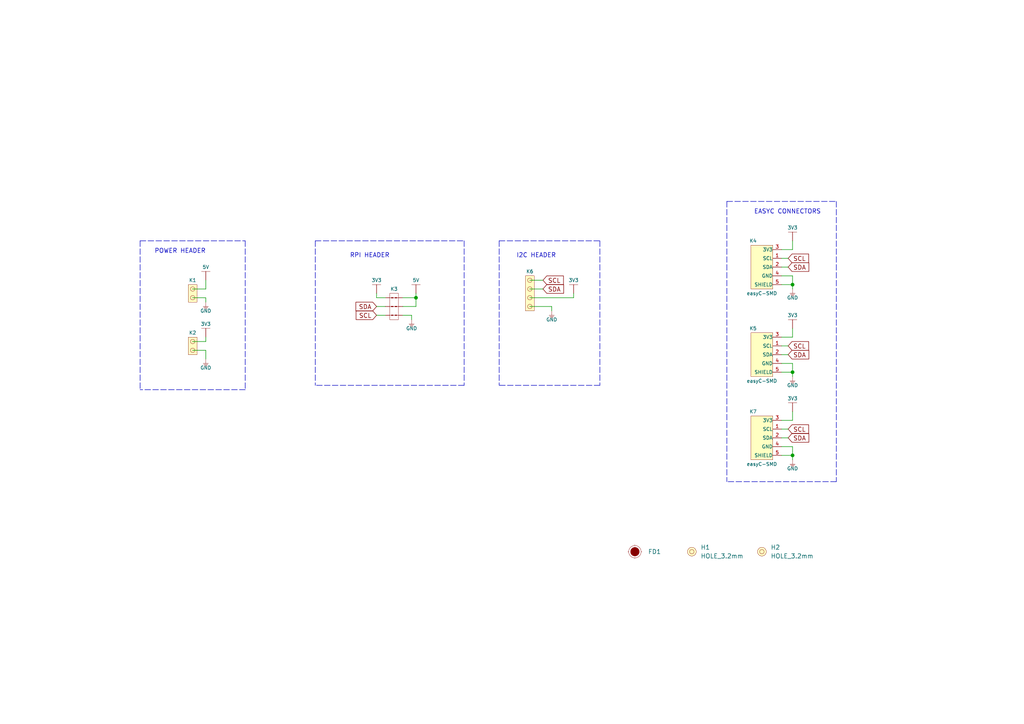
<source format=kicad_sch>
(kicad_sch (version 20210126) (generator eeschema)

  (paper "A4")

  (lib_symbols
    (symbol "e-radionica.com schematics:3V3" (power) (pin_names (offset 0)) (in_bom yes) (on_board yes)
      (property "Reference" "#PWR" (id 0) (at 4.445 0 0)
        (effects (font (size 1 1)) hide)
      )
      (property "Value" "3V3" (id 1) (at 0 3.556 0)
        (effects (font (size 1 1)))
      )
      (property "Footprint" "" (id 2) (at 4.445 3.81 0)
        (effects (font (size 1 1)) hide)
      )
      (property "Datasheet" "" (id 3) (at 4.445 3.81 0)
        (effects (font (size 1 1)) hide)
      )
      (property "ki_keywords" "power-flag" (id 4) (at 0 0 0)
        (effects (font (size 1.27 1.27)) hide)
      )
      (property "ki_description" "Power symbol creates a global label with name \"+3V3\"" (id 5) (at 0 0 0)
        (effects (font (size 1.27 1.27)) hide)
      )
      (symbol "3V3_0_1"
        (polyline
          (pts
            (xy 0 0)
            (xy 0 2.54)
          )
          (stroke (width 0)) (fill (type none))
        )
        (polyline
          (pts
            (xy -1.27 2.54)
            (xy 1.27 2.54)
          )
          (stroke (width 0.0006)) (fill (type none))
        )
      )
      (symbol "3V3_1_1"
        (pin power_in line (at 0 0 90) (length 0) hide
          (name "3V3" (effects (font (size 1.27 1.27))))
          (number "1" (effects (font (size 1.27 1.27))))
        )
      )
    )
    (symbol "e-radionica.com schematics:5V" (power) (pin_names (offset 0)) (in_bom yes) (on_board yes)
      (property "Reference" "#PWR" (id 0) (at 4.445 0 0)
        (effects (font (size 1 1)) hide)
      )
      (property "Value" "5V" (id 1) (at 0 3.556 0)
        (effects (font (size 1 1)))
      )
      (property "Footprint" "" (id 2) (at 4.445 3.81 0)
        (effects (font (size 1 1)) hide)
      )
      (property "Datasheet" "" (id 3) (at 4.445 3.81 0)
        (effects (font (size 1 1)) hide)
      )
      (property "ki_keywords" "power-flag" (id 4) (at 0 0 0)
        (effects (font (size 1.27 1.27)) hide)
      )
      (property "ki_description" "Power symbol creates a global label with name \"+3V3\"" (id 5) (at 0 0 0)
        (effects (font (size 1.27 1.27)) hide)
      )
      (symbol "5V_0_1"
        (polyline
          (pts
            (xy 0 0)
            (xy 0 2.54)
          )
          (stroke (width 0)) (fill (type none))
        )
        (polyline
          (pts
            (xy -1.27 2.54)
            (xy 1.27 2.54)
          )
          (stroke (width 0.0006)) (fill (type none))
        )
      )
      (symbol "5V_1_1"
        (pin power_in line (at 0 0 90) (length 0) hide
          (name "5V" (effects (font (size 1.27 1.27))))
          (number "1" (effects (font (size 1.27 1.27))))
        )
      )
    )
    (symbol "e-radionica.com schematics:Fiducial_Stencil" (pin_numbers hide) (pin_names hide) (in_bom yes) (on_board yes)
      (property "Reference" "FD?" (id 0) (at 0 3.048 0)
        (effects (font (size 1.27 1.27)))
      )
      (property "Value" "Fiducial_Stencil" (id 1) (at 0 -2.794 0)
        (effects (font (size 1.27 1.27)) hide)
      )
      (property "Footprint" "e-radionica.com footprinti:FIDUCIAL_1MM_PASTE" (id 2) (at 0 -6.35 0)
        (effects (font (size 1.27 1.27)) hide)
      )
      (property "Datasheet" "" (id 3) (at 0 0 0)
        (effects (font (size 1.27 1.27)) hide)
      )
      (symbol "Fiducial_Stencil_0_1"
        (circle (center 0 0) (radius 1.7961) (stroke (width 0.0006)) (fill (type none)))
        (circle (center 0 0) (radius 1.27) (stroke (width 0.001)) (fill (type outline)))
        (polyline
          (pts
            (xy 1.778 0)
            (xy 2.032 0)
          )
          (stroke (width 0.0006)) (fill (type none))
        )
        (polyline
          (pts
            (xy 0 1.778)
            (xy 0 2.032)
          )
          (stroke (width 0.0006)) (fill (type none))
        )
        (polyline
          (pts
            (xy -1.778 0)
            (xy -2.032 0)
          )
          (stroke (width 0.0006)) (fill (type none))
        )
        (polyline
          (pts
            (xy 0 -1.778)
            (xy 0 -2.032)
          )
          (stroke (width 0.0006)) (fill (type none))
        )
      )
    )
    (symbol "e-radionica.com schematics:GND" (power) (pin_names (offset 0)) (in_bom yes) (on_board yes)
      (property "Reference" "#PWR" (id 0) (at 4.445 0 0)
        (effects (font (size 1 1)) hide)
      )
      (property "Value" "GND" (id 1) (at 0 -2.921 0)
        (effects (font (size 1 1)))
      )
      (property "Footprint" "" (id 2) (at 4.445 3.81 0)
        (effects (font (size 1 1)) hide)
      )
      (property "Datasheet" "" (id 3) (at 4.445 3.81 0)
        (effects (font (size 1 1)) hide)
      )
      (property "ki_keywords" "power-flag" (id 4) (at 0 0 0)
        (effects (font (size 1.27 1.27)) hide)
      )
      (property "ki_description" "Power symbol creates a global label with name \"+3V3\"" (id 5) (at 0 0 0)
        (effects (font (size 1.27 1.27)) hide)
      )
      (symbol "GND_0_1"
        (polyline
          (pts
            (xy 0 0)
            (xy 0 -1.27)
          )
          (stroke (width 0.0006)) (fill (type none))
        )
        (polyline
          (pts
            (xy -0.762 -1.27)
            (xy 0.762 -1.27)
          )
          (stroke (width 0.0006)) (fill (type none))
        )
        (polyline
          (pts
            (xy -0.381 -1.778)
            (xy 0.381 -1.778)
          )
          (stroke (width 0.0006)) (fill (type none))
        )
        (polyline
          (pts
            (xy -0.127 -2.032)
            (xy 0.127 -2.032)
          )
          (stroke (width 0.0006)) (fill (type none))
        )
        (polyline
          (pts
            (xy -0.635 -1.524)
            (xy 0.635 -1.524)
          )
          (stroke (width 0.0006)) (fill (type none))
        )
      )
      (symbol "GND_1_1"
        (pin power_in line (at 0 0 270) (length 0) hide
          (name "GND" (effects (font (size 1.27 1.27))))
          (number "1" (effects (font (size 1.27 1.27))))
        )
      )
    )
    (symbol "e-radionica.com schematics:HEADER_MALE_2X1" (pin_numbers hide) (pin_names hide) (in_bom yes) (on_board yes)
      (property "Reference" "K" (id 0) (at -1.27 5.08 0)
        (effects (font (size 1 1)))
      )
      (property "Value" "HEADER_MALE_2X1" (id 1) (at 0 -2.54 0)
        (effects (font (size 1 1)))
      )
      (property "Footprint" "e-radionica.com footprinti:HEADER_MALE_2X1" (id 2) (at 0 0 0)
        (effects (font (size 1 1)) hide)
      )
      (property "Datasheet" "" (id 3) (at 0 0 0)
        (effects (font (size 1 1)) hide)
      )
      (symbol "HEADER_MALE_2X1_0_1"
        (circle (center 0 2.54) (radius 0.635) (stroke (width 0.0006)) (fill (type none)))
        (circle (center 0 0) (radius 0.635) (stroke (width 0.0006)) (fill (type none)))
        (rectangle (start 1.27 -1.27) (end -1.27 3.81)
          (stroke (width 0.001)) (fill (type background))
        )
      )
      (symbol "HEADER_MALE_2X1_1_1"
        (pin passive line (at 0 0 180) (length 0)
          (name "~" (effects (font (size 1 1))))
          (number "1" (effects (font (size 1 1))))
        )
        (pin passive line (at 0 2.54 180) (length 0)
          (name "~" (effects (font (size 1 1))))
          (number "2" (effects (font (size 1 1))))
        )
      )
    )
    (symbol "e-radionica.com schematics:HEADER_MALE_3X2" (pin_numbers hide) (pin_names hide) (in_bom yes) (on_board yes)
      (property "Reference" "K" (id 0) (at -0.635 5.08 0)
        (effects (font (size 1 1)))
      )
      (property "Value" "HEADER_MALE_3X2" (id 1) (at 0 -5.08 0)
        (effects (font (size 1 1)))
      )
      (property "Footprint" "e-radionica.com footprinti:HEADER_MALE_3X2" (id 2) (at 0 -7.62 0)
        (effects (font (size 1 1)) hide)
      )
      (property "Datasheet" "" (id 3) (at 2.54 -2.54 0)
        (effects (font (size 1 1)) hide)
      )
      (symbol "HEADER_MALE_3X2_0_1"
        (rectangle (start -1.27 3.81) (end 1.27 -3.81)
          (stroke (width 0.0006)) (fill (type none))
        )
        (polyline
          (pts
            (xy -1.27 2.54)
            (xy -0.635 2.54)
          )
          (stroke (width 0.0006)) (fill (type none))
        )
        (polyline
          (pts
            (xy -1.27 0)
            (xy -0.635 0)
          )
          (stroke (width 0.0006)) (fill (type none))
        )
        (polyline
          (pts
            (xy -1.27 -2.54)
            (xy -0.635 -2.54)
          )
          (stroke (width 0.0006)) (fill (type none))
        )
        (polyline
          (pts
            (xy 1.27 -2.54)
            (xy 0.635 -2.54)
          )
          (stroke (width 0.0006)) (fill (type none))
        )
        (polyline
          (pts
            (xy 1.27 0)
            (xy 0.635 0)
          )
          (stroke (width 0.0006)) (fill (type none))
        )
        (polyline
          (pts
            (xy 1.27 2.54)
            (xy 0.635 2.54)
          )
          (stroke (width 0.0006)) (fill (type none))
        )
        (polyline
          (pts
            (xy -0.762 2.54)
            (xy -0.254 2.54)
          )
          (stroke (width 0.3)) (fill (type none))
        )
        (polyline
          (pts
            (xy -0.762 0)
            (xy -0.254 0)
          )
          (stroke (width 0.3)) (fill (type none))
        )
        (polyline
          (pts
            (xy -0.762 -2.54)
            (xy -0.254 -2.54)
          )
          (stroke (width 0.3)) (fill (type none))
        )
        (polyline
          (pts
            (xy 0.254 -2.54)
            (xy 0.762 -2.54)
          )
          (stroke (width 0.3)) (fill (type none))
        )
        (polyline
          (pts
            (xy 0.254 0)
            (xy 0.762 0)
          )
          (stroke (width 0.3)) (fill (type none))
        )
        (polyline
          (pts
            (xy 0.254 2.54)
            (xy 0.762 2.54)
          )
          (stroke (width 0.3)) (fill (type none))
        )
      )
      (symbol "HEADER_MALE_3X2_1_1"
        (pin passive line (at 2.54 -2.54 180) (length 1.27)
          (name "~" (effects (font (size 1 1))))
          (number "4" (effects (font (size 1 1))))
        )
        (pin passive line (at 2.54 0 180) (length 1.27)
          (name "~" (effects (font (size 1 1))))
          (number "5" (effects (font (size 1 1))))
        )
        (pin passive line (at 2.54 2.54 180) (length 1.27)
          (name "~" (effects (font (size 1 1))))
          (number "6" (effects (font (size 1 1))))
        )
        (pin passive line (at -2.54 2.54 0) (length 1.27)
          (name "~" (effects (font (size 1 1))))
          (number "1" (effects (font (size 1 1))))
        )
        (pin passive line (at -2.54 -2.54 0) (length 1.27)
          (name "~" (effects (font (size 1 1))))
          (number "3" (effects (font (size 1 1))))
        )
        (pin passive line (at -2.54 0 0) (length 1.27)
          (name "~" (effects (font (size 1 1))))
          (number "2" (effects (font (size 1 1))))
        )
      )
    )
    (symbol "e-radionica.com schematics:HEADER_MALE_4X1" (pin_numbers hide) (pin_names hide) (in_bom yes) (on_board yes)
      (property "Reference" "K" (id 0) (at -0.635 7.62 0)
        (effects (font (size 1 1)))
      )
      (property "Value" "HEADER_MALE_4X1" (id 1) (at 0 -5.08 0)
        (effects (font (size 1 1)))
      )
      (property "Footprint" "e-radionica.com footprinti:HEADER_MALE_4X1" (id 2) (at 0 -2.54 0)
        (effects (font (size 1 1)) hide)
      )
      (property "Datasheet" "" (id 3) (at 0 -2.54 0)
        (effects (font (size 1 1)) hide)
      )
      (symbol "HEADER_MALE_4X1_0_1"
        (circle (center 0 -2.54) (radius 0.635) (stroke (width 0.0006)) (fill (type none)))
        (circle (center 0 0) (radius 0.635) (stroke (width 0.0006)) (fill (type none)))
        (circle (center 0 2.54) (radius 0.635) (stroke (width 0.0006)) (fill (type none)))
        (circle (center 0 5.08) (radius 0.635) (stroke (width 0.0006)) (fill (type none)))
        (rectangle (start 1.27 -3.81) (end -1.27 6.35)
          (stroke (width 0.001)) (fill (type background))
        )
      )
      (symbol "HEADER_MALE_4X1_1_1"
        (pin passive line (at 0 -2.54 180) (length 0)
          (name "~" (effects (font (size 1 1))))
          (number "1" (effects (font (size 1 1))))
        )
        (pin passive line (at 0 0 180) (length 0)
          (name "~" (effects (font (size 1 1))))
          (number "2" (effects (font (size 1 1))))
        )
        (pin passive line (at 0 2.54 180) (length 0)
          (name "~" (effects (font (size 1 1))))
          (number "3" (effects (font (size 1 1))))
        )
        (pin passive line (at 0 5.08 180) (length 0)
          (name "~" (effects (font (size 1 1))))
          (number "4" (effects (font (size 1 1))))
        )
      )
    )
    (symbol "e-radionica.com schematics:HOLE_3.2mm" (pin_numbers hide) (pin_names hide) (in_bom yes) (on_board yes)
      (property "Reference" "H" (id 0) (at 0 2.54 0)
        (effects (font (size 1.27 1.27)))
      )
      (property "Value" "HOLE_3.2mm" (id 1) (at 0 -2.54 0)
        (effects (font (size 1.27 1.27)))
      )
      (property "Footprint" "e-radionica.com footprinti:HOLE_3.2mm" (id 2) (at 0 0 0)
        (effects (font (size 1.27 1.27)) hide)
      )
      (property "Datasheet" "" (id 3) (at 0 0 0)
        (effects (font (size 1.27 1.27)) hide)
      )
      (symbol "HOLE_3.2mm_0_1"
        (circle (center 0 0) (radius 1.27) (stroke (width 0.001)) (fill (type background)))
        (circle (center 0 0) (radius 0.635) (stroke (width 0.0006)) (fill (type none)))
      )
    )
    (symbol "e-radionica.com schematics:easyC-SMD" (pin_names (offset 0.002)) (in_bom yes) (on_board yes)
      (property "Reference" "K" (id 0) (at -2.54 10.16 0)
        (effects (font (size 1 1)))
      )
      (property "Value" "easyC-SMD" (id 1) (at 0 -5.08 0)
        (effects (font (size 1 1)))
      )
      (property "Footprint" "e-radionica.com footprinti:easyC-connector" (id 2) (at 3.175 2.54 0)
        (effects (font (size 1 1)) hide)
      )
      (property "Datasheet" "" (id 3) (at 3.175 2.54 0)
        (effects (font (size 1 1)) hide)
      )
      (symbol "easyC-SMD_0_1"
        (rectangle (start -3.175 8.89) (end 3.175 -3.81)
          (stroke (width 0.001)) (fill (type background))
        )
      )
      (symbol "easyC-SMD_1_1"
        (pin passive line (at 5.715 5.08 180) (length 2.54)
          (name "SCL" (effects (font (size 1 1))))
          (number "1" (effects (font (size 1 1))))
        )
        (pin passive line (at 5.715 2.54 180) (length 2.54)
          (name "SDA" (effects (font (size 1 1))))
          (number "2" (effects (font (size 1 1))))
        )
        (pin passive line (at 5.715 7.62 180) (length 2.54)
          (name "3V3" (effects (font (size 1 1))))
          (number "3" (effects (font (size 1 1))))
        )
        (pin passive line (at 5.715 0 180) (length 2.54)
          (name "GND" (effects (font (size 1 1))))
          (number "4" (effects (font (size 1 1))))
        )
        (pin passive line (at 5.715 -2.54 180) (length 2.54)
          (name "SHIELD" (effects (font (size 1 1))))
          (number "5" (effects (font (size 1 1))))
        )
      )
    )
  )

  (junction (at 120.65 86.36) (diameter 0.9144) (color 0 0 0 0))
  (junction (at 229.87 82.55) (diameter 0.9144) (color 0 0 0 0))
  (junction (at 229.87 107.95) (diameter 0.9144) (color 0 0 0 0))
  (junction (at 229.87 132.08) (diameter 0.9144) (color 0 0 0 0))

  (wire (pts (xy 55.88 83.82) (xy 59.69 83.82))
    (stroke (width 0) (type solid) (color 0 0 0 0))
    (uuid 4084688e-457e-4bea-a201-7f4ea81299d0)
  )
  (wire (pts (xy 55.88 86.36) (xy 59.69 86.36))
    (stroke (width 0) (type solid) (color 0 0 0 0))
    (uuid c8d16f98-55ed-4bb5-bcbb-9e1d6c9b6899)
  )
  (wire (pts (xy 55.88 99.06) (xy 59.69 99.06))
    (stroke (width 0) (type solid) (color 0 0 0 0))
    (uuid a5bdebb9-1e2d-480f-b9c7-a1dfdf96133f)
  )
  (wire (pts (xy 55.88 101.6) (xy 59.69 101.6))
    (stroke (width 0) (type solid) (color 0 0 0 0))
    (uuid 61fe55b6-ecff-42e2-b58d-714e1215498a)
  )
  (wire (pts (xy 59.69 83.82) (xy 59.69 81.28))
    (stroke (width 0) (type solid) (color 0 0 0 0))
    (uuid 4084688e-457e-4bea-a201-7f4ea81299d0)
  )
  (wire (pts (xy 59.69 86.36) (xy 59.69 87.63))
    (stroke (width 0) (type solid) (color 0 0 0 0))
    (uuid c8d16f98-55ed-4bb5-bcbb-9e1d6c9b6899)
  )
  (wire (pts (xy 59.69 99.06) (xy 59.69 97.79))
    (stroke (width 0) (type solid) (color 0 0 0 0))
    (uuid a5bdebb9-1e2d-480f-b9c7-a1dfdf96133f)
  )
  (wire (pts (xy 59.69 101.6) (xy 59.69 104.14))
    (stroke (width 0) (type solid) (color 0 0 0 0))
    (uuid 61fe55b6-ecff-42e2-b58d-714e1215498a)
  )
  (wire (pts (xy 109.22 86.36) (xy 109.22 85.09))
    (stroke (width 0) (type solid) (color 0 0 0 0))
    (uuid 744f1116-e350-4e0d-a76e-a79fb0f6049c)
  )
  (wire (pts (xy 109.22 88.9) (xy 111.76 88.9))
    (stroke (width 0) (type solid) (color 0 0 0 0))
    (uuid 916b8fc3-6c48-47a5-bd79-ac7fbc87ce5a)
  )
  (wire (pts (xy 109.22 91.44) (xy 111.76 91.44))
    (stroke (width 0) (type solid) (color 0 0 0 0))
    (uuid 2a59c9c5-49e4-4fd8-9c85-2b6fef29e6e8)
  )
  (wire (pts (xy 111.76 86.36) (xy 109.22 86.36))
    (stroke (width 0) (type solid) (color 0 0 0 0))
    (uuid 744f1116-e350-4e0d-a76e-a79fb0f6049c)
  )
  (wire (pts (xy 116.84 86.36) (xy 120.65 86.36))
    (stroke (width 0) (type solid) (color 0 0 0 0))
    (uuid 40db10d1-1507-44d8-88cb-b7a0a0492c14)
  )
  (wire (pts (xy 116.84 88.9) (xy 120.65 88.9))
    (stroke (width 0) (type solid) (color 0 0 0 0))
    (uuid 35fb88c0-5e8b-46ab-b262-2a780208f71e)
  )
  (wire (pts (xy 116.84 91.44) (xy 119.38 91.44))
    (stroke (width 0) (type solid) (color 0 0 0 0))
    (uuid 2704af6f-843d-4030-89b2-7c240ee87e6a)
  )
  (wire (pts (xy 119.38 91.44) (xy 119.38 92.71))
    (stroke (width 0) (type solid) (color 0 0 0 0))
    (uuid 2704af6f-843d-4030-89b2-7c240ee87e6a)
  )
  (wire (pts (xy 120.65 86.36) (xy 120.65 85.09))
    (stroke (width 0) (type solid) (color 0 0 0 0))
    (uuid 40db10d1-1507-44d8-88cb-b7a0a0492c14)
  )
  (wire (pts (xy 120.65 88.9) (xy 120.65 86.36))
    (stroke (width 0) (type solid) (color 0 0 0 0))
    (uuid 35fb88c0-5e8b-46ab-b262-2a780208f71e)
  )
  (wire (pts (xy 153.67 81.28) (xy 157.48 81.28))
    (stroke (width 0) (type solid) (color 0 0 0 0))
    (uuid 63f87237-471f-4f9c-9cde-7831f5bf55e2)
  )
  (wire (pts (xy 153.67 83.82) (xy 157.48 83.82))
    (stroke (width 0) (type solid) (color 0 0 0 0))
    (uuid 48d06471-e9b6-4e37-9ca8-f609f4bc1ce6)
  )
  (wire (pts (xy 153.67 86.36) (xy 166.37 86.36))
    (stroke (width 0) (type solid) (color 0 0 0 0))
    (uuid 88bf19ce-66fb-4157-8e2c-74e787b4ce64)
  )
  (wire (pts (xy 153.67 88.9) (xy 160.02 88.9))
    (stroke (width 0) (type solid) (color 0 0 0 0))
    (uuid bfc87ee8-a1bb-4a39-bcb8-a2e53aa7c617)
  )
  (wire (pts (xy 160.02 88.9) (xy 160.02 90.17))
    (stroke (width 0) (type solid) (color 0 0 0 0))
    (uuid bfc87ee8-a1bb-4a39-bcb8-a2e53aa7c617)
  )
  (wire (pts (xy 166.37 86.36) (xy 166.37 85.09))
    (stroke (width 0) (type solid) (color 0 0 0 0))
    (uuid 88bf19ce-66fb-4157-8e2c-74e787b4ce64)
  )
  (wire (pts (xy 226.695 72.39) (xy 229.87 72.39))
    (stroke (width 0) (type solid) (color 0 0 0 0))
    (uuid a41df124-eb55-40d3-aa80-ebdf4da6c2cc)
  )
  (wire (pts (xy 226.695 74.93) (xy 228.6 74.93))
    (stroke (width 0) (type solid) (color 0 0 0 0))
    (uuid d5478f63-cf29-4bce-a8eb-cf73e8af9183)
  )
  (wire (pts (xy 226.695 77.47) (xy 228.6 77.47))
    (stroke (width 0) (type solid) (color 0 0 0 0))
    (uuid 69f274f3-cee6-42a2-af90-1f25909a44ef)
  )
  (wire (pts (xy 226.695 80.01) (xy 229.87 80.01))
    (stroke (width 0) (type solid) (color 0 0 0 0))
    (uuid bf24cf43-65b1-44cb-b4b7-0243a39392cc)
  )
  (wire (pts (xy 226.695 82.55) (xy 229.87 82.55))
    (stroke (width 0) (type solid) (color 0 0 0 0))
    (uuid b039ac6b-21b6-4346-adba-6b59f83fb07c)
  )
  (wire (pts (xy 226.695 97.79) (xy 229.87 97.79))
    (stroke (width 0) (type solid) (color 0 0 0 0))
    (uuid 60a36a10-2e3d-4cb7-a935-bfd322d1649a)
  )
  (wire (pts (xy 226.695 100.33) (xy 228.6 100.33))
    (stroke (width 0) (type solid) (color 0 0 0 0))
    (uuid b19aff4c-32af-473d-af7a-6b95d0ed64d7)
  )
  (wire (pts (xy 226.695 102.87) (xy 228.6 102.87))
    (stroke (width 0) (type solid) (color 0 0 0 0))
    (uuid 3195482c-f12a-4b42-a397-05701b22be64)
  )
  (wire (pts (xy 226.695 105.41) (xy 229.87 105.41))
    (stroke (width 0) (type solid) (color 0 0 0 0))
    (uuid d88362ae-c6c0-47a9-bf5e-426d87d178e5)
  )
  (wire (pts (xy 226.695 107.95) (xy 229.87 107.95))
    (stroke (width 0) (type solid) (color 0 0 0 0))
    (uuid 35d57795-e2a3-4a10-a707-49b41739e62e)
  )
  (wire (pts (xy 226.695 121.92) (xy 229.87 121.92))
    (stroke (width 0) (type solid) (color 0 0 0 0))
    (uuid 88b429e8-2e36-44cc-8a25-3ace9d30a554)
  )
  (wire (pts (xy 226.695 124.46) (xy 228.6 124.46))
    (stroke (width 0) (type solid) (color 0 0 0 0))
    (uuid d8f78c47-27de-4184-a8fd-43aa90b960f3)
  )
  (wire (pts (xy 226.695 127) (xy 228.6 127))
    (stroke (width 0) (type solid) (color 0 0 0 0))
    (uuid 30350cdd-7f19-407a-972d-cfb9af6e590a)
  )
  (wire (pts (xy 226.695 129.54) (xy 229.87 129.54))
    (stroke (width 0) (type solid) (color 0 0 0 0))
    (uuid 6a63132a-3b1f-4282-94ea-5d1feae73542)
  )
  (wire (pts (xy 226.695 132.08) (xy 229.87 132.08))
    (stroke (width 0) (type solid) (color 0 0 0 0))
    (uuid 1ce9c682-b5d0-49d3-9ec4-bbec5c9651e5)
  )
  (wire (pts (xy 229.87 72.39) (xy 229.87 69.85))
    (stroke (width 0) (type solid) (color 0 0 0 0))
    (uuid a41df124-eb55-40d3-aa80-ebdf4da6c2cc)
  )
  (wire (pts (xy 229.87 80.01) (xy 229.87 82.55))
    (stroke (width 0) (type solid) (color 0 0 0 0))
    (uuid bf24cf43-65b1-44cb-b4b7-0243a39392cc)
  )
  (wire (pts (xy 229.87 82.55) (xy 229.87 83.82))
    (stroke (width 0) (type solid) (color 0 0 0 0))
    (uuid b039ac6b-21b6-4346-adba-6b59f83fb07c)
  )
  (wire (pts (xy 229.87 97.79) (xy 229.87 95.25))
    (stroke (width 0) (type solid) (color 0 0 0 0))
    (uuid 91af1956-57f3-4aa1-aa7a-ea5a596384ae)
  )
  (wire (pts (xy 229.87 105.41) (xy 229.87 107.95))
    (stroke (width 0) (type solid) (color 0 0 0 0))
    (uuid 5bb41c59-0f51-435a-9295-212d1f160145)
  )
  (wire (pts (xy 229.87 107.95) (xy 229.87 109.22))
    (stroke (width 0) (type solid) (color 0 0 0 0))
    (uuid 4c1ac4a4-f2ac-40b4-986b-6fc345ecebca)
  )
  (wire (pts (xy 229.87 121.92) (xy 229.87 119.38))
    (stroke (width 0) (type solid) (color 0 0 0 0))
    (uuid c75c49c0-7b6d-49a1-8ca3-1274b21aa78c)
  )
  (wire (pts (xy 229.87 129.54) (xy 229.87 132.08))
    (stroke (width 0) (type solid) (color 0 0 0 0))
    (uuid 5fab1715-9cd6-446c-8970-01699e3d9fbd)
  )
  (wire (pts (xy 229.87 132.08) (xy 229.87 133.35))
    (stroke (width 0) (type solid) (color 0 0 0 0))
    (uuid 7088d52f-2267-4564-afde-9ada84c6ff75)
  )
  (polyline (pts (xy 40.64 69.85) (xy 40.64 113.03))
    (stroke (width 0) (type dash) (color 0 0 0 0))
    (uuid f502a2d1-fec7-4599-87ac-977659b250c2)
  )
  (polyline (pts (xy 40.64 69.85) (xy 71.12 69.85))
    (stroke (width 0) (type dash) (color 0 0 0 0))
    (uuid f502a2d1-fec7-4599-87ac-977659b250c2)
  )
  (polyline (pts (xy 71.12 69.85) (xy 71.12 113.03))
    (stroke (width 0) (type dash) (color 0 0 0 0))
    (uuid f502a2d1-fec7-4599-87ac-977659b250c2)
  )
  (polyline (pts (xy 71.12 113.03) (xy 40.64 113.03))
    (stroke (width 0) (type dash) (color 0 0 0 0))
    (uuid f502a2d1-fec7-4599-87ac-977659b250c2)
  )
  (polyline (pts (xy 91.44 69.85) (xy 91.44 111.76))
    (stroke (width 0) (type dash) (color 0 0 0 0))
    (uuid 51a64af8-f8d0-4e81-9c28-95586ded1171)
  )
  (polyline (pts (xy 91.44 69.85) (xy 134.62 69.85))
    (stroke (width 0) (type dash) (color 0 0 0 0))
    (uuid 51a64af8-f8d0-4e81-9c28-95586ded1171)
  )
  (polyline (pts (xy 134.62 69.85) (xy 134.62 111.76))
    (stroke (width 0) (type dash) (color 0 0 0 0))
    (uuid 51a64af8-f8d0-4e81-9c28-95586ded1171)
  )
  (polyline (pts (xy 134.62 111.76) (xy 91.44 111.76))
    (stroke (width 0) (type dash) (color 0 0 0 0))
    (uuid 51a64af8-f8d0-4e81-9c28-95586ded1171)
  )
  (polyline (pts (xy 144.78 69.85) (xy 144.78 111.76))
    (stroke (width 0) (type dash) (color 0 0 0 0))
    (uuid 29d4157f-4adc-4f99-a004-bec4f9716568)
  )
  (polyline (pts (xy 144.78 69.85) (xy 173.99 69.85))
    (stroke (width 0) (type dash) (color 0 0 0 0))
    (uuid 29d4157f-4adc-4f99-a004-bec4f9716568)
  )
  (polyline (pts (xy 173.99 69.85) (xy 173.99 111.76))
    (stroke (width 0) (type dash) (color 0 0 0 0))
    (uuid 29d4157f-4adc-4f99-a004-bec4f9716568)
  )
  (polyline (pts (xy 173.99 111.76) (xy 144.78 111.76))
    (stroke (width 0) (type dash) (color 0 0 0 0))
    (uuid 29d4157f-4adc-4f99-a004-bec4f9716568)
  )
  (polyline (pts (xy 210.82 58.42) (xy 210.82 139.7))
    (stroke (width 0) (type dash) (color 0 0 0 0))
    (uuid 564cd106-b093-4db6-9b7c-651a6c1aff06)
  )
  (polyline (pts (xy 210.82 58.42) (xy 242.57 58.42))
    (stroke (width 0) (type dash) (color 0 0 0 0))
    (uuid 564cd106-b093-4db6-9b7c-651a6c1aff06)
  )
  (polyline (pts (xy 242.57 58.42) (xy 242.57 139.7))
    (stroke (width 0) (type dash) (color 0 0 0 0))
    (uuid 564cd106-b093-4db6-9b7c-651a6c1aff06)
  )
  (polyline (pts (xy 242.57 139.7) (xy 210.82 139.7))
    (stroke (width 0) (type dash) (color 0 0 0 0))
    (uuid 564cd106-b093-4db6-9b7c-651a6c1aff06)
  )

  (text "POWER HEADER" (at 59.69 73.66 180)
    (effects (font (size 1.27 1.27)) (justify right bottom))
    (uuid 3c8a10f2-04b8-463b-9691-c477b5bea294)
  )
  (text "RPI HEADER" (at 113.03 74.93 180)
    (effects (font (size 1.27 1.27)) (justify right bottom))
    (uuid 5c7109e8-d1a5-481a-b769-481bd96adc3e)
  )
  (text "I2C HEADER" (at 161.29 74.93 180)
    (effects (font (size 1.27 1.27)) (justify right bottom))
    (uuid 77683e88-7b54-4c21-9370-4b7c02a347f9)
  )
  (text "EASYC CONNECTORS" (at 238.125 62.23 180)
    (effects (font (size 1.27 1.27)) (justify right bottom))
    (uuid cadfbd10-2ce0-48bc-bfb5-c9ed91664195)
  )

  (global_label "SDA" (shape input) (at 109.22 88.9 180)
    (effects (font (size 1.27 1.27)) (justify right))
    (uuid d67a7635-54d0-46e4-9d41-f15b99d34966)
    (property "Intersheet References" "${INTERSHEET_REFS}" (id 0) (at 101.7148 88.8206 0)
      (effects (font (size 1.27 1.27)) (justify right) hide)
    )
  )
  (global_label "SCL" (shape input) (at 109.22 91.44 180)
    (effects (font (size 1.27 1.27)) (justify right))
    (uuid eabfda02-a607-4fac-ac03-714bf25aa487)
    (property "Intersheet References" "${INTERSHEET_REFS}" (id 0) (at 101.7753 91.3606 0)
      (effects (font (size 1.27 1.27)) (justify right) hide)
    )
  )
  (global_label "SCL" (shape input) (at 157.48 81.28 0)
    (effects (font (size 1.27 1.27)) (justify left))
    (uuid 1aefdd16-9407-42f5-81be-f78eed71e442)
    (property "Intersheet References" "${INTERSHEET_REFS}" (id 0) (at 164.9247 81.3594 0)
      (effects (font (size 1.27 1.27)) (justify left) hide)
    )
  )
  (global_label "SDA" (shape input) (at 157.48 83.82 0)
    (effects (font (size 1.27 1.27)) (justify left))
    (uuid 14229223-0b4f-4280-aeb2-5beb08f74cd6)
    (property "Intersheet References" "${INTERSHEET_REFS}" (id 0) (at 164.9852 83.8994 0)
      (effects (font (size 1.27 1.27)) (justify left) hide)
    )
  )
  (global_label "SCL" (shape input) (at 228.6 74.93 0)
    (effects (font (size 1.27 1.27)) (justify left))
    (uuid 04023142-c73f-4283-a987-9555697b191f)
    (property "Intersheet References" "${INTERSHEET_REFS}" (id 0) (at 236.0447 74.8506 0)
      (effects (font (size 1.27 1.27)) (justify left) hide)
    )
  )
  (global_label "SDA" (shape input) (at 228.6 77.47 0)
    (effects (font (size 1.27 1.27)) (justify left))
    (uuid b2141a5b-da05-4328-b2a9-03433cb1c6cf)
    (property "Intersheet References" "${INTERSHEET_REFS}" (id 0) (at 236.1052 77.3906 0)
      (effects (font (size 1.27 1.27)) (justify left) hide)
    )
  )
  (global_label "SCL" (shape input) (at 228.6 100.33 0)
    (effects (font (size 1.27 1.27)) (justify left))
    (uuid 687d828b-bf0e-4487-8fc3-541c9843b5d8)
    (property "Intersheet References" "${INTERSHEET_REFS}" (id 0) (at 236.0447 100.2506 0)
      (effects (font (size 1.27 1.27)) (justify left) hide)
    )
  )
  (global_label "SDA" (shape input) (at 228.6 102.87 0)
    (effects (font (size 1.27 1.27)) (justify left))
    (uuid de14096e-3e3f-4315-bf8f-3b0eadb83a25)
    (property "Intersheet References" "${INTERSHEET_REFS}" (id 0) (at 236.1052 102.7906 0)
      (effects (font (size 1.27 1.27)) (justify left) hide)
    )
  )
  (global_label "SCL" (shape input) (at 228.6 124.46 0)
    (effects (font (size 1.27 1.27)) (justify left))
    (uuid 5309bb30-7463-4c61-8fce-20753e9cfc24)
    (property "Intersheet References" "${INTERSHEET_REFS}" (id 0) (at 236.0447 124.3806 0)
      (effects (font (size 1.27 1.27)) (justify left) hide)
    )
  )
  (global_label "SDA" (shape input) (at 228.6 127 0)
    (effects (font (size 1.27 1.27)) (justify left))
    (uuid a2a9e89e-67e0-4344-b076-598802d00a07)
    (property "Intersheet References" "${INTERSHEET_REFS}" (id 0) (at 236.1052 126.9206 0)
      (effects (font (size 1.27 1.27)) (justify left) hide)
    )
  )

  (symbol (lib_id "e-radionica.com schematics:GND") (at 59.69 87.63 0) (unit 1)
    (in_bom yes) (on_board yes)
    (uuid 3648e4a1-71e6-4bfb-bf57-d9a40eb4c015)
    (property "Reference" "#PWR02" (id 0) (at 64.135 87.63 0)
      (effects (font (size 1 1)) hide)
    )
    (property "Value" "GND" (id 1) (at 59.69 90.17 0)
      (effects (font (size 1 1)))
    )
    (property "Footprint" "" (id 2) (at 64.135 83.82 0)
      (effects (font (size 1 1)) hide)
    )
    (property "Datasheet" "" (id 3) (at 64.135 83.82 0)
      (effects (font (size 1 1)) hide)
    )
    (pin "1" (uuid b57160be-b13c-43f9-983b-d1de5529042c))
  )

  (symbol (lib_id "e-radionica.com schematics:GND") (at 59.69 104.14 0) (unit 1)
    (in_bom yes) (on_board yes)
    (uuid 2049233b-c1fa-45e1-8e68-de4e8ed6944d)
    (property "Reference" "#PWR04" (id 0) (at 64.135 104.14 0)
      (effects (font (size 1 1)) hide)
    )
    (property "Value" "GND" (id 1) (at 59.69 106.68 0)
      (effects (font (size 1 1)))
    )
    (property "Footprint" "" (id 2) (at 64.135 100.33 0)
      (effects (font (size 1 1)) hide)
    )
    (property "Datasheet" "" (id 3) (at 64.135 100.33 0)
      (effects (font (size 1 1)) hide)
    )
    (pin "1" (uuid b57160be-b13c-43f9-983b-d1de5529042c))
  )

  (symbol (lib_id "e-radionica.com schematics:GND") (at 119.38 92.71 0) (unit 1)
    (in_bom yes) (on_board yes)
    (uuid 0193c36c-9bb3-48c2-b004-b44333a4d061)
    (property "Reference" "#PWR06" (id 0) (at 123.825 92.71 0)
      (effects (font (size 1 1)) hide)
    )
    (property "Value" "GND" (id 1) (at 119.38 95.25 0)
      (effects (font (size 1 1)))
    )
    (property "Footprint" "" (id 2) (at 123.825 88.9 0)
      (effects (font (size 1 1)) hide)
    )
    (property "Datasheet" "" (id 3) (at 123.825 88.9 0)
      (effects (font (size 1 1)) hide)
    )
    (pin "1" (uuid b57160be-b13c-43f9-983b-d1de5529042c))
  )

  (symbol (lib_id "e-radionica.com schematics:GND") (at 160.02 90.17 0) (unit 1)
    (in_bom yes) (on_board yes)
    (uuid 37613466-a8cc-4264-a6ce-f5676051d717)
    (property "Reference" "#PWR0101" (id 0) (at 164.465 90.17 0)
      (effects (font (size 1 1)) hide)
    )
    (property "Value" "GND" (id 1) (at 160.02 92.71 0)
      (effects (font (size 1 1)))
    )
    (property "Footprint" "" (id 2) (at 164.465 86.36 0)
      (effects (font (size 1 1)) hide)
    )
    (property "Datasheet" "" (id 3) (at 164.465 86.36 0)
      (effects (font (size 1 1)) hide)
    )
    (pin "1" (uuid b57160be-b13c-43f9-983b-d1de5529042c))
  )

  (symbol (lib_id "e-radionica.com schematics:GND") (at 229.87 83.82 0) (unit 1)
    (in_bom yes) (on_board yes)
    (uuid a4852560-29f0-4579-bfb2-4d54e55a9658)
    (property "Reference" "#PWR09" (id 0) (at 234.315 83.82 0)
      (effects (font (size 1 1)) hide)
    )
    (property "Value" "GND" (id 1) (at 229.87 86.36 0)
      (effects (font (size 1 1)))
    )
    (property "Footprint" "" (id 2) (at 234.315 80.01 0)
      (effects (font (size 1 1)) hide)
    )
    (property "Datasheet" "" (id 3) (at 234.315 80.01 0)
      (effects (font (size 1 1)) hide)
    )
    (pin "1" (uuid b57160be-b13c-43f9-983b-d1de5529042c))
  )

  (symbol (lib_id "e-radionica.com schematics:GND") (at 229.87 109.22 0) (unit 1)
    (in_bom yes) (on_board yes)
    (uuid f524bac8-f0fb-48ba-99cf-f82a8c369b8f)
    (property "Reference" "#PWR011" (id 0) (at 234.315 109.22 0)
      (effects (font (size 1 1)) hide)
    )
    (property "Value" "GND" (id 1) (at 229.87 111.76 0)
      (effects (font (size 1 1)))
    )
    (property "Footprint" "" (id 2) (at 234.315 105.41 0)
      (effects (font (size 1 1)) hide)
    )
    (property "Datasheet" "" (id 3) (at 234.315 105.41 0)
      (effects (font (size 1 1)) hide)
    )
    (pin "1" (uuid b57160be-b13c-43f9-983b-d1de5529042c))
  )

  (symbol (lib_id "e-radionica.com schematics:GND") (at 229.87 133.35 0) (unit 1)
    (in_bom yes) (on_board yes)
    (uuid 55e4f74b-58ee-4663-b7d5-c9116bfa72f9)
    (property "Reference" "#PWR0104" (id 0) (at 234.315 133.35 0)
      (effects (font (size 1 1)) hide)
    )
    (property "Value" "GND" (id 1) (at 229.87 135.89 0)
      (effects (font (size 1 1)))
    )
    (property "Footprint" "" (id 2) (at 234.315 129.54 0)
      (effects (font (size 1 1)) hide)
    )
    (property "Datasheet" "" (id 3) (at 234.315 129.54 0)
      (effects (font (size 1 1)) hide)
    )
    (pin "1" (uuid b57160be-b13c-43f9-983b-d1de5529042c))
  )

  (symbol (lib_id "e-radionica.com schematics:HOLE_3.2mm") (at 200.66 160.02 0) (unit 1)
    (in_bom yes) (on_board yes)
    (uuid 6eb4a6a3-82b1-4e21-aa3a-78755528731c)
    (property "Reference" "H1" (id 0) (at 203.2 158.75 0)
      (effects (font (size 1.27 1.27)) (justify left))
    )
    (property "Value" "HOLE_3.2mm" (id 1) (at 203.2 161.29 0)
      (effects (font (size 1.27 1.27)) (justify left))
    )
    (property "Footprint" "e-radionica.com footprinti:HOLE_3.2mm" (id 2) (at 200.66 160.02 0)
      (effects (font (size 1.27 1.27)) hide)
    )
    (property "Datasheet" "" (id 3) (at 200.66 160.02 0)
      (effects (font (size 1.27 1.27)) hide)
    )
  )

  (symbol (lib_id "e-radionica.com schematics:HOLE_3.2mm") (at 220.98 160.02 0) (unit 1)
    (in_bom yes) (on_board yes)
    (uuid a5a32ec1-fefc-4d72-bd52-00ac3b663359)
    (property "Reference" "H2" (id 0) (at 223.52 158.75 0)
      (effects (font (size 1.27 1.27)) (justify left))
    )
    (property "Value" "HOLE_3.2mm" (id 1) (at 223.52 161.29 0)
      (effects (font (size 1.27 1.27)) (justify left))
    )
    (property "Footprint" "e-radionica.com footprinti:HOLE_3.2mm" (id 2) (at 220.98 160.02 0)
      (effects (font (size 1.27 1.27)) hide)
    )
    (property "Datasheet" "" (id 3) (at 220.98 160.02 0)
      (effects (font (size 1.27 1.27)) hide)
    )
  )

  (symbol (lib_id "e-radionica.com schematics:5V") (at 59.69 81.28 0) (unit 1)
    (in_bom yes) (on_board yes)
    (uuid 8fab3060-3af5-457c-903f-60f12297d8b0)
    (property "Reference" "#PWR01" (id 0) (at 64.135 81.28 0)
      (effects (font (size 1 1)) hide)
    )
    (property "Value" "5V" (id 1) (at 59.69 77.47 0)
      (effects (font (size 1 1)))
    )
    (property "Footprint" "" (id 2) (at 64.135 77.47 0)
      (effects (font (size 1 1)) hide)
    )
    (property "Datasheet" "" (id 3) (at 64.135 77.47 0)
      (effects (font (size 1 1)) hide)
    )
    (pin "1" (uuid 980bc2a6-81e5-4bf1-bc09-0f5b3f561c5a))
  )

  (symbol (lib_id "e-radionica.com schematics:3V3") (at 59.69 97.79 0) (unit 1)
    (in_bom yes) (on_board yes)
    (uuid d7bc569a-1e22-4b6e-b753-861a44eb3872)
    (property "Reference" "#PWR03" (id 0) (at 64.135 97.79 0)
      (effects (font (size 1 1)) hide)
    )
    (property "Value" "3V3" (id 1) (at 59.69 93.98 0)
      (effects (font (size 1 1)))
    )
    (property "Footprint" "" (id 2) (at 64.135 93.98 0)
      (effects (font (size 1 1)) hide)
    )
    (property "Datasheet" "" (id 3) (at 64.135 93.98 0)
      (effects (font (size 1 1)) hide)
    )
    (pin "1" (uuid 80f3309d-4cad-4342-aaa7-861f54970939))
  )

  (symbol (lib_id "e-radionica.com schematics:3V3") (at 109.22 85.09 0) (unit 1)
    (in_bom yes) (on_board yes)
    (uuid 81d95483-35e6-4485-b3c5-c08dc5e22df4)
    (property "Reference" "#PWR05" (id 0) (at 113.665 85.09 0)
      (effects (font (size 1 1)) hide)
    )
    (property "Value" "3V3" (id 1) (at 109.22 81.28 0)
      (effects (font (size 1 1)))
    )
    (property "Footprint" "" (id 2) (at 113.665 81.28 0)
      (effects (font (size 1 1)) hide)
    )
    (property "Datasheet" "" (id 3) (at 113.665 81.28 0)
      (effects (font (size 1 1)) hide)
    )
    (pin "1" (uuid 80f3309d-4cad-4342-aaa7-861f54970939))
  )

  (symbol (lib_id "e-radionica.com schematics:5V") (at 120.65 85.09 0) (unit 1)
    (in_bom yes) (on_board yes)
    (uuid 81ddd705-54df-4b64-ad26-5f6b8ab85a1b)
    (property "Reference" "#PWR07" (id 0) (at 125.095 85.09 0)
      (effects (font (size 1 1)) hide)
    )
    (property "Value" "5V" (id 1) (at 120.65 81.28 0)
      (effects (font (size 1 1)))
    )
    (property "Footprint" "" (id 2) (at 125.095 81.28 0)
      (effects (font (size 1 1)) hide)
    )
    (property "Datasheet" "" (id 3) (at 125.095 81.28 0)
      (effects (font (size 1 1)) hide)
    )
    (pin "1" (uuid 980bc2a6-81e5-4bf1-bc09-0f5b3f561c5a))
  )

  (symbol (lib_id "e-radionica.com schematics:3V3") (at 166.37 85.09 0) (unit 1)
    (in_bom yes) (on_board yes)
    (uuid 939fc1ed-994b-48cc-a2ab-1793aae64c25)
    (property "Reference" "#PWR0102" (id 0) (at 170.815 85.09 0)
      (effects (font (size 1 1)) hide)
    )
    (property "Value" "3V3" (id 1) (at 166.37 81.28 0)
      (effects (font (size 1 1)))
    )
    (property "Footprint" "" (id 2) (at 170.815 81.28 0)
      (effects (font (size 1 1)) hide)
    )
    (property "Datasheet" "" (id 3) (at 170.815 81.28 0)
      (effects (font (size 1 1)) hide)
    )
    (pin "1" (uuid 80f3309d-4cad-4342-aaa7-861f54970939))
  )

  (symbol (lib_id "e-radionica.com schematics:3V3") (at 229.87 69.85 0) (unit 1)
    (in_bom yes) (on_board yes)
    (uuid 24f72c85-fdf5-4937-a217-ef87d734eb6d)
    (property "Reference" "#PWR08" (id 0) (at 234.315 69.85 0)
      (effects (font (size 1 1)) hide)
    )
    (property "Value" "3V3" (id 1) (at 229.87 66.04 0)
      (effects (font (size 1 1)))
    )
    (property "Footprint" "" (id 2) (at 234.315 66.04 0)
      (effects (font (size 1 1)) hide)
    )
    (property "Datasheet" "" (id 3) (at 234.315 66.04 0)
      (effects (font (size 1 1)) hide)
    )
    (pin "1" (uuid 80f3309d-4cad-4342-aaa7-861f54970939))
  )

  (symbol (lib_id "e-radionica.com schematics:3V3") (at 229.87 95.25 0) (unit 1)
    (in_bom yes) (on_board yes)
    (uuid 0514bbf9-041f-4749-b20d-7c615046c861)
    (property "Reference" "#PWR010" (id 0) (at 234.315 95.25 0)
      (effects (font (size 1 1)) hide)
    )
    (property "Value" "3V3" (id 1) (at 229.87 91.44 0)
      (effects (font (size 1 1)))
    )
    (property "Footprint" "" (id 2) (at 234.315 91.44 0)
      (effects (font (size 1 1)) hide)
    )
    (property "Datasheet" "" (id 3) (at 234.315 91.44 0)
      (effects (font (size 1 1)) hide)
    )
    (pin "1" (uuid 80f3309d-4cad-4342-aaa7-861f54970939))
  )

  (symbol (lib_id "e-radionica.com schematics:3V3") (at 229.87 119.38 0) (unit 1)
    (in_bom yes) (on_board yes)
    (uuid a1fb5ae6-341e-4688-8c11-ea1fb0d40230)
    (property "Reference" "#PWR0103" (id 0) (at 234.315 119.38 0)
      (effects (font (size 1 1)) hide)
    )
    (property "Value" "3V3" (id 1) (at 229.87 115.57 0)
      (effects (font (size 1 1)))
    )
    (property "Footprint" "" (id 2) (at 234.315 115.57 0)
      (effects (font (size 1 1)) hide)
    )
    (property "Datasheet" "" (id 3) (at 234.315 115.57 0)
      (effects (font (size 1 1)) hide)
    )
    (pin "1" (uuid 80f3309d-4cad-4342-aaa7-861f54970939))
  )

  (symbol (lib_id "e-radionica.com schematics:HEADER_MALE_2X1") (at 55.88 86.36 0) (unit 1)
    (in_bom yes) (on_board yes)
    (uuid c7081f29-50d1-4c1a-a3ea-200474807abb)
    (property "Reference" "K1" (id 0) (at 55.88 81.28 0)
      (effects (font (size 1 1)))
    )
    (property "Value" "HEADER_MALE_2X1" (id 1) (at 55.88 88.9 0)
      (effects (font (size 1 1)) hide)
    )
    (property "Footprint" "e-radionica.com footprinti:HEADER_MALE_2X1" (id 2) (at 55.88 86.36 0)
      (effects (font (size 1 1)) hide)
    )
    (property "Datasheet" "" (id 3) (at 55.88 86.36 0)
      (effects (font (size 1 1)) hide)
    )
    (pin "1" (uuid e7fb183e-f40e-491b-99ad-b0a1c82ced05))
    (pin "2" (uuid b9da6d6c-6f80-4864-8ae2-70804888f221))
  )

  (symbol (lib_id "e-radionica.com schematics:HEADER_MALE_2X1") (at 55.88 101.6 0) (unit 1)
    (in_bom yes) (on_board yes)
    (uuid 7ef98093-0aa2-43c0-b7e9-1c75e032f318)
    (property "Reference" "K2" (id 0) (at 55.88 96.52 0)
      (effects (font (size 1 1)))
    )
    (property "Value" "HEADER_MALE_2X1" (id 1) (at 55.88 104.14 0)
      (effects (font (size 1 1)) hide)
    )
    (property "Footprint" "e-radionica.com footprinti:HEADER_MALE_2X1" (id 2) (at 55.88 101.6 0)
      (effects (font (size 1 1)) hide)
    )
    (property "Datasheet" "" (id 3) (at 55.88 101.6 0)
      (effects (font (size 1 1)) hide)
    )
    (pin "1" (uuid 74146e42-05c8-4da2-aa56-c9c0c372cff3))
    (pin "2" (uuid fc54c31b-fb4d-49db-9027-5f47822ca61e))
  )

  (symbol (lib_id "e-radionica.com schematics:Fiducial_Stencil") (at 184.15 160.02 0) (unit 1)
    (in_bom yes) (on_board yes)
    (uuid 5f07b7ce-df8a-4280-8ced-5997fa442bb7)
    (property "Reference" "FD1" (id 0) (at 187.96 160.02 0)
      (effects (font (size 1.27 1.27)) (justify left))
    )
    (property "Value" "Fiducial_Stencil" (id 1) (at 184.15 162.814 0)
      (effects (font (size 1.27 1.27)) hide)
    )
    (property "Footprint" "e-radionica.com footprinti:FIDUCIAL_1MM_PASTE" (id 2) (at 184.15 166.37 0)
      (effects (font (size 1.27 1.27)) hide)
    )
    (property "Datasheet" "" (id 3) (at 184.15 160.02 0)
      (effects (font (size 1.27 1.27)) hide)
    )
  )

  (symbol (lib_id "e-radionica.com schematics:HEADER_MALE_4X1") (at 153.67 86.36 0) (unit 1)
    (in_bom yes) (on_board yes)
    (uuid b4ca7599-7f3d-402d-ad88-bb883312baac)
    (property "Reference" "K6" (id 0) (at 153.67 78.74 0)
      (effects (font (size 1 1)))
    )
    (property "Value" "HEADER_MALE_4X1" (id 1) (at 153.67 91.44 0)
      (effects (font (size 1 1)) hide)
    )
    (property "Footprint" "e-radionica.com footprinti:HEADER_MALE_4X1" (id 2) (at 153.67 88.9 0)
      (effects (font (size 1 1)) hide)
    )
    (property "Datasheet" "" (id 3) (at 153.67 88.9 0)
      (effects (font (size 1 1)) hide)
    )
    (pin "1" (uuid ffbe2e51-09e4-4d76-ae66-92bae1a2f99c))
    (pin "2" (uuid f3b41629-cacb-4a45-ab2e-3e1357f18bf3))
    (pin "3" (uuid 091e2280-a079-4dcd-8deb-09a88d19163d))
    (pin "4" (uuid ac206c5d-4963-4754-9cff-03f7fe778803))
  )

  (symbol (lib_id "e-radionica.com schematics:HEADER_MALE_3X2") (at 114.3 88.9 0) (unit 1)
    (in_bom yes) (on_board yes)
    (uuid 4902027e-2126-4a2a-ae5a-1d74497821bf)
    (property "Reference" "K3" (id 0) (at 114.3 83.82 0)
      (effects (font (size 1 1)))
    )
    (property "Value" "HEADER_MALE_3X2" (id 1) (at 114.3 93.98 0)
      (effects (font (size 1 1)) hide)
    )
    (property "Footprint" "e-radionica.com footprinti:HEADER_MALE_3X2" (id 2) (at 114.3 96.52 0)
      (effects (font (size 1 1)) hide)
    )
    (property "Datasheet" "" (id 3) (at 116.84 91.44 0)
      (effects (font (size 1 1)) hide)
    )
    (pin "4" (uuid 4966b914-8086-4621-ab0d-e3005147c4b5))
    (pin "5" (uuid 7cdb2328-9081-45d3-a42a-410b4d3cccc7))
    (pin "6" (uuid 640edb83-61a5-43a4-8e00-ecc72aa6e9ad))
    (pin "1" (uuid 3f977ac3-1059-4939-95e7-e9b937f09bb1))
    (pin "3" (uuid 8963a496-1d02-4a2e-b028-06d0e00b6174))
    (pin "2" (uuid 5df88de0-ab32-4b5f-8fa5-83a288d75322))
  )

  (symbol (lib_id "e-radionica.com schematics:easyC-SMD") (at 220.98 80.01 0) (unit 1)
    (in_bom yes) (on_board yes)
    (uuid 6e3e8713-c6ee-46a3-ac14-8355a9cb9f41)
    (property "Reference" "K4" (id 0) (at 218.44 69.85 0)
      (effects (font (size 1 1)))
    )
    (property "Value" "easyC-SMD" (id 1) (at 220.98 85.09 0)
      (effects (font (size 1 1)))
    )
    (property "Footprint" "e-radionica.com footprinti:easyC-connector" (id 2) (at 224.155 77.47 0)
      (effects (font (size 1 1)) hide)
    )
    (property "Datasheet" "" (id 3) (at 224.155 77.47 0)
      (effects (font (size 1 1)) hide)
    )
    (pin "1" (uuid 54489577-d9b9-4641-bd21-d0fe73b1f3a8))
    (pin "2" (uuid 87f40218-a4d1-4d8f-85c7-4df3e2593979))
    (pin "3" (uuid e0e596b5-8e26-44c2-9a34-c911076831c0))
    (pin "4" (uuid f6f0a498-79e4-421c-8945-b3e8cdaf2114))
    (pin "5" (uuid f2e6ccac-1c57-4535-a0ef-720214f82c82))
  )

  (symbol (lib_id "e-radionica.com schematics:easyC-SMD") (at 220.98 105.41 0) (unit 1)
    (in_bom yes) (on_board yes)
    (uuid 7de71bc6-c0a0-4030-a007-42dc9b4eee3c)
    (property "Reference" "K5" (id 0) (at 218.44 95.25 0)
      (effects (font (size 1 1)))
    )
    (property "Value" "easyC-SMD" (id 1) (at 220.98 110.49 0)
      (effects (font (size 1 1)))
    )
    (property "Footprint" "e-radionica.com footprinti:easyC-connector" (id 2) (at 224.155 102.87 0)
      (effects (font (size 1 1)) hide)
    )
    (property "Datasheet" "" (id 3) (at 224.155 102.87 0)
      (effects (font (size 1 1)) hide)
    )
    (pin "1" (uuid 54489577-d9b9-4641-bd21-d0fe73b1f3a8))
    (pin "2" (uuid 87f40218-a4d1-4d8f-85c7-4df3e2593979))
    (pin "3" (uuid e0e596b5-8e26-44c2-9a34-c911076831c0))
    (pin "4" (uuid f6f0a498-79e4-421c-8945-b3e8cdaf2114))
    (pin "5" (uuid f2e6ccac-1c57-4535-a0ef-720214f82c82))
  )

  (symbol (lib_id "e-radionica.com schematics:easyC-SMD") (at 220.98 129.54 0) (unit 1)
    (in_bom yes) (on_board yes)
    (uuid 3959eca2-f40b-49cb-8fbd-e8925d17846d)
    (property "Reference" "K7" (id 0) (at 218.44 119.38 0)
      (effects (font (size 1 1)))
    )
    (property "Value" "easyC-SMD" (id 1) (at 220.98 134.62 0)
      (effects (font (size 1 1)))
    )
    (property "Footprint" "e-radionica.com footprinti:easyC-connector" (id 2) (at 224.155 127 0)
      (effects (font (size 1 1)) hide)
    )
    (property "Datasheet" "" (id 3) (at 224.155 127 0)
      (effects (font (size 1 1)) hide)
    )
    (pin "1" (uuid 54489577-d9b9-4641-bd21-d0fe73b1f3a8))
    (pin "2" (uuid 87f40218-a4d1-4d8f-85c7-4df3e2593979))
    (pin "3" (uuid e0e596b5-8e26-44c2-9a34-c911076831c0))
    (pin "4" (uuid f6f0a498-79e4-421c-8945-b3e8cdaf2114))
    (pin "5" (uuid f2e6ccac-1c57-4535-a0ef-720214f82c82))
  )

  (sheet_instances
    (path "/" (page "1"))
  )

  (symbol_instances
    (path "/8fab3060-3af5-457c-903f-60f12297d8b0"
      (reference "#PWR01") (unit 1) (value "5V") (footprint "")
    )
    (path "/3648e4a1-71e6-4bfb-bf57-d9a40eb4c015"
      (reference "#PWR02") (unit 1) (value "GND") (footprint "")
    )
    (path "/d7bc569a-1e22-4b6e-b753-861a44eb3872"
      (reference "#PWR03") (unit 1) (value "3V3") (footprint "")
    )
    (path "/2049233b-c1fa-45e1-8e68-de4e8ed6944d"
      (reference "#PWR04") (unit 1) (value "GND") (footprint "")
    )
    (path "/81d95483-35e6-4485-b3c5-c08dc5e22df4"
      (reference "#PWR05") (unit 1) (value "3V3") (footprint "")
    )
    (path "/0193c36c-9bb3-48c2-b004-b44333a4d061"
      (reference "#PWR06") (unit 1) (value "GND") (footprint "")
    )
    (path "/81ddd705-54df-4b64-ad26-5f6b8ab85a1b"
      (reference "#PWR07") (unit 1) (value "5V") (footprint "")
    )
    (path "/24f72c85-fdf5-4937-a217-ef87d734eb6d"
      (reference "#PWR08") (unit 1) (value "3V3") (footprint "")
    )
    (path "/a4852560-29f0-4579-bfb2-4d54e55a9658"
      (reference "#PWR09") (unit 1) (value "GND") (footprint "")
    )
    (path "/0514bbf9-041f-4749-b20d-7c615046c861"
      (reference "#PWR010") (unit 1) (value "3V3") (footprint "")
    )
    (path "/f524bac8-f0fb-48ba-99cf-f82a8c369b8f"
      (reference "#PWR011") (unit 1) (value "GND") (footprint "")
    )
    (path "/37613466-a8cc-4264-a6ce-f5676051d717"
      (reference "#PWR0101") (unit 1) (value "GND") (footprint "")
    )
    (path "/939fc1ed-994b-48cc-a2ab-1793aae64c25"
      (reference "#PWR0102") (unit 1) (value "3V3") (footprint "")
    )
    (path "/a1fb5ae6-341e-4688-8c11-ea1fb0d40230"
      (reference "#PWR0103") (unit 1) (value "3V3") (footprint "")
    )
    (path "/55e4f74b-58ee-4663-b7d5-c9116bfa72f9"
      (reference "#PWR0104") (unit 1) (value "GND") (footprint "")
    )
    (path "/5f07b7ce-df8a-4280-8ced-5997fa442bb7"
      (reference "FD1") (unit 1) (value "Fiducial_Stencil") (footprint "e-radionica.com footprinti:FIDUCIAL_1MM_PASTE")
    )
    (path "/6eb4a6a3-82b1-4e21-aa3a-78755528731c"
      (reference "H1") (unit 1) (value "HOLE_3.2mm") (footprint "e-radionica.com footprinti:HOLE_3.2mm")
    )
    (path "/a5a32ec1-fefc-4d72-bd52-00ac3b663359"
      (reference "H2") (unit 1) (value "HOLE_3.2mm") (footprint "e-radionica.com footprinti:HOLE_3.2mm")
    )
    (path "/c7081f29-50d1-4c1a-a3ea-200474807abb"
      (reference "K1") (unit 1) (value "HEADER_MALE_2X1") (footprint "e-radionica.com footprinti:HEADER_MALE_2X1")
    )
    (path "/7ef98093-0aa2-43c0-b7e9-1c75e032f318"
      (reference "K2") (unit 1) (value "HEADER_MALE_2X1") (footprint "e-radionica.com footprinti:HEADER_MALE_2X1")
    )
    (path "/4902027e-2126-4a2a-ae5a-1d74497821bf"
      (reference "K3") (unit 1) (value "HEADER_MALE_3X2") (footprint "e-radionica.com footprinti:HEADER_MALE_3X2")
    )
    (path "/6e3e8713-c6ee-46a3-ac14-8355a9cb9f41"
      (reference "K4") (unit 1) (value "easyC-SMD") (footprint "e-radionica.com footprinti:easyC-connector")
    )
    (path "/7de71bc6-c0a0-4030-a007-42dc9b4eee3c"
      (reference "K5") (unit 1) (value "easyC-SMD") (footprint "e-radionica.com footprinti:easyC-connector")
    )
    (path "/b4ca7599-7f3d-402d-ad88-bb883312baac"
      (reference "K6") (unit 1) (value "HEADER_MALE_4X1") (footprint "e-radionica.com footprinti:HEADER_MALE_4X1")
    )
    (path "/3959eca2-f40b-49cb-8fbd-e8925d17846d"
      (reference "K7") (unit 1) (value "easyC-SMD") (footprint "e-radionica.com footprinti:easyC-connector")
    )
  )
)

</source>
